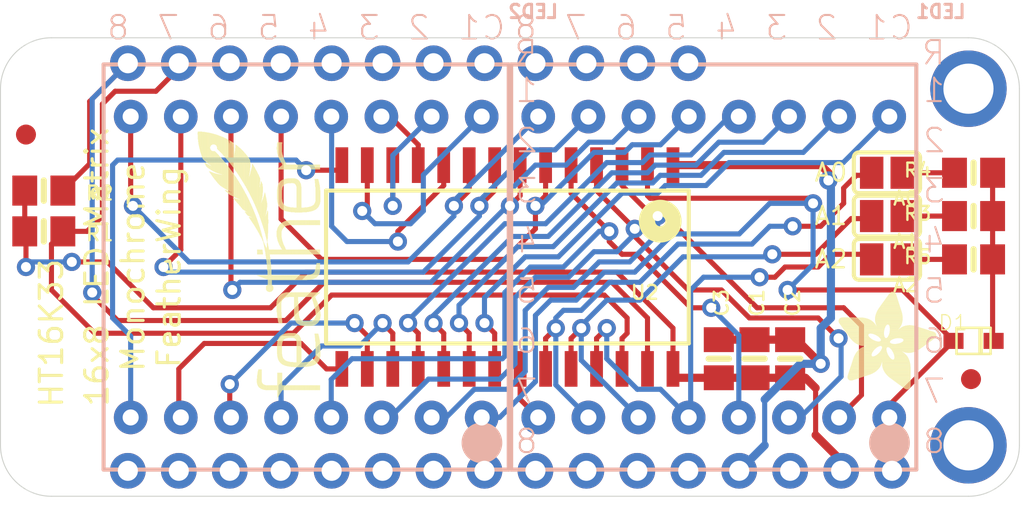
<source format=kicad_pcb>
(kicad_pcb (version 20221018) (generator pcbnew)
  (layers (0 "F.Cu" signal) (31 "B.Cu" signal) (34 "B.Paste" user) (35 "F.Paste" user) (36 "B.SilkS" user "B.Silkscreen") (37 "F.SilkS" user "F.Silkscreen") (38 "B.Mask" user) (39 "F.Mask" user) (44 "Edge.Cuts" user))
  (net 0 "")
  (net 1 "N$1")
  (net 2 "N$2")
  (net 3 "N$3")
  (net 4 "N$4")
  (net 5 "N$6")
  (net 6 "N$7")
  (net 7 "N$8")
  (net 8 "VDD")
  (net 9 "GND")
  (net 10 "N$19")
  (net 11 "N$20")
  (net 12 "A1")
  (net 13 "N$10")
  (net 14 "N$11")
  (net 15 "N$22")
  (net 16 "N$23")
  (net 17 "N$25")
  (net 18 "N$26")
  (net 19 "N$35")
  (net 20 "N$38")
  (net 21 "N$39")
  (net 22 "N$40")
  (net 23 "N$41")
  (net 24 "N$42")
  (net 25 "N$12")
  (net 26 "A0")
  (net 27 "A2")
  (net 28 "N$9")
  (net 29 "N$16")
  (net 30 "SDA")
  (net 31 "SCL")
  (net 32 "N$5")
  (footprint "working:0805-NO" (layer "F.Cu") (at 162.4711 109.5756 90)
    (fp_text reference "C2")
    (fp_text value "10uF")
  )
  (footprint "working:FIDUCIAL_1MM" (layer "F.Cu") (at 171.4881 110.5916)
    (fp_text reference "FID2" hide)
    (fp_text value "FIDUCIAL\"\"" hide)
  )
  (footprint "working:0805-NO" (layer "F.Cu") (at 160.6931 109.5756 90)
    (fp_text reference "C1")
    (fp_text value "10uF")
  )
  (footprint "working:SOLDERJUMPER_REFLOW_NOPASTE" (layer "F.Cu") (at 167.2971 100.3046 180)
    (fp_text reference "A0")
    (fp_text value "")
  )
  (footprint "working:SOP28_300MIL_SKINNY" (layer "F.Cu") (at 148.3741 105.0036 180)
    (fp_text reference "U2")
    (fp_text value "28-SOIC")
  )
  (footprint "working:0805-NO" (layer "F.Cu") (at 125.2601 101.1936)
    (fp_text reference "R2")
    (fp_text value "10K")
  )
  (footprint "working:0805-NO" (layer "F.Cu") (at 171.6151 100.3046 180)
    (fp_text reference "R4")
    (fp_text value "47K")
  )
  (footprint "working:SOD-323F" (layer "F.Cu") (at 171.6151 108.6866)
    (fp_text reference "D1")
    (fp_text value "1N4148")
  )
  (footprint "working:FIDUCIAL_1MM" (layer "F.Cu") (at 124.3711 98.3996)
    (fp_text reference "FID1" hide)
    (fp_text value "FIDUCIAL\"\"" hide)
  )
  (footprint "working:0805-NO" (layer "F.Cu") (at 171.6151 104.6226 180)
    (fp_text reference "R5")
    (fp_text value "47K")
  )
  (footprint "working:0805-NO" (layer "F.Cu") (at 125.2601 103.2256)
    (fp_text reference "R1")
    (fp_text value "10K")
  )
  (footprint "working:SOLDERJUMPER_REFLOW_NOPASTE" (layer "F.Cu") (at 167.2971 104.6226 180)
    (fp_text reference "A2")
    (fp_text value "")
  )
  (footprint "working:0805-NO" (layer "F.Cu") (at 171.6151 102.4636 180)
    (fp_text reference "R3")
    (fp_text value "47K")
  )
  (footprint "working:SOLDERJUMPER_REFLOW_NOPASTE" (layer "F.Cu") (at 167.2971 102.4636 180)
    (fp_text reference "A1")
    (fp_text value "")
  )
  (footprint "working:ADAFRUIT_5MM" (layer "F.Cu") (at 164.8841 111.0996)
    (fp_text reference "U$2" hide)
    (fp_text value "" hide)
  )
  (footprint "working:FEATHERLOGO_SMALL" (layer "F.Cu") (at 139.1031 111.6076 90)
    (fp_text reference "U$1" hide)
    (fp_text value "" hide)
  )
  (footprint "working:0805-NO" (layer "F.Cu") (at 158.9151 109.5756 90)
    (fp_text reference "C3")
    (fp_text value "10uF")
  )
  (footprint "working:SEGMENT_BL-M07C881UR" (layer "B.Cu") (at 138.3411 105.0036 180)
    (fp_text reference "LED2")
    (fp_text value "")
  )
  (footprint "working:FEATHERWING" (layer "B.Cu") (at 173.9011 116.4336 180)
    (fp_text reference "MS1" hide)
    (fp_text value "FEATHERWING" hide)
    (fp_line (start 0 20.32) (end 0 2.54) (stroke (width 0.05)) (layer "Edge.Cuts"))
    (fp_line (start 2.54 0) (end 48.26 0) (stroke (width 0.05)) (layer "Edge.Cuts"))
    (fp_line (start 48.26 22.86) (end 2.54 22.86) (stroke (width 0.05)) (layer "Edge.Cuts"))
    (fp_line (start 50.8 2.54) (end 50.8 20.32) (stroke (width 0.05)) (layer "Edge.Cuts"))
    (fp_arc (start 0 2.54) (mid 0.743949 0.743949) (end 2.54 0) (stroke (width 0.05)) (layer "Edge.Cuts"))
    (fp_arc (start 2.54 22.86) (mid 0.743949 22.116051) (end 0 20.32) (stroke (width 0.05)) (layer "Edge.Cuts"))
    (fp_arc (start 48.26 0) (mid 50.056051 0.743949) (end 50.8 2.54) (stroke (width 0.05)) (layer "Edge.Cuts"))
    (fp_arc (start 50.8 20.32) (mid 50.056051 22.116051) (end 48.26 22.86) (stroke (width 0.05)) (layer "Edge.Cuts"))
  )
  (footprint "working:SEGMENT_BL-M07C881UR" (layer "B.Cu") (at 158.6611 105.0036 180)
    (fp_text reference "LED1")
    (fp_text value "")
  )
  (gr_text "16x8 LED Matrix\nMonochrome\nFeatherWing" (at 129.7051 105.0036 90) (layer "F.SilkS") (effects (font (size 1.1176 1.1176) (thickness 0.1524))))
  (gr_text "HT16K33" (at 125.6411 108.3056 90) (layer "F.SilkS") (effects (font (size 1.1176 1.1176) (thickness 0.1524))))
  (gr_text "A2" (at 163.6141 105.1306) (layer "F.SilkS") (effects (font (size 0.89408 0.89408) (thickness 0.12192)) (justify left bottom)))
  (gr_text "A0" (at 163.6141 100.8126) (layer "F.SilkS") (effects (font (size 0.89408 0.89408) (thickness 0.12192)) (justify left bottom)))
  (gr_text "A1" (at 163.6141 102.9716) (layer "F.SilkS") (effects (font (size 0.89408 0.89408) (thickness 0.12192)) (justify left bottom)))
  (segment (start 146.4691 101.1936) (end 145.7071 101.9556) (width 0.254) (layer "F.Cu") (net 1))
  (segment (start 129.7051 101.9556) (end 129.5911 101.8416) (width 0.254) (layer "F.Cu") (net 1))
  (segment (start 146.4691 99.9236) (end 146.4691 101.1936) (width 0.254) (layer "F.Cu") (net 1))
  (segment (start 129.5911 101.8416) (end 129.5911 97.5036) (width 0.254) (layer "F.Cu") (net 1))
  (via (at 145.7071 101.9556) (size 0.9064) (drill 0.5) (layers "F.Cu" "B.Cu") (net 1))
  (via (at 129.7051 101.9556) (size 0.9064) (drill 0.5) (layers "F.Cu" "B.Cu") (net 1))
  (segment (start 143.4211 104.7496) (end 132.4991 104.7496) (width 0.254) (layer "B.Cu") (net 1))
  (segment (start 145.7071 101.7076) (end 149.9111 97.5036) (width 0.254) (layer "B.Cu") (net 1))
  (segment (start 129.7051 97.6176) (end 129.5911 97.5036) (width 0.254) (layer "B.Cu") (net 1))
  (segment (start 145.7071 101.7076) (end 145.7071 101.9556) (width 0.254) (layer "B.Cu") (net 1))
  (segment (start 143.4211 104.7496) (end 145.7071 102.4636) (width 0.254) (layer "B.Cu") (net 1))
  (segment (start 132.4991 104.7496) (end 129.7051 101.9556) (width 0.254) (layer "B.Cu") (net 1))
  (segment (start 145.7071 101.9556) (end 145.7071 102.4636) (width 0.254) (layer "B.Cu") (net 1))
  (segment (start 132.0911 104.1416) (end 131.2291 105.0036) (width 0.254) (layer "F.Cu") (net 2))
  (segment (start 147.7391 99.9236) (end 147.7391 101.1936) (width 0.254) (layer "F.Cu") (net 2))
  (segment (start 132.0911 97.5036) (end 132.0911 104.1416) (width 0.254) (layer "F.Cu") (net 2))
  (segment (start 147.7391 101.1936) (end 146.9771 101.9556) (width 0.254) (layer "F.Cu") (net 2))
  (via (at 131.2291 105.0036) (size 0.9064) (drill 0.5) (layers "F.Cu" "B.Cu") (net 2))
  (via (at 146.9771 101.9556) (size 0.9064) (drill 0.5) (layers "F.Cu" "B.Cu") (net 2))
  (segment (start 146.9771 102.4636) (end 146.9771 101.9556) (width 0.254) (layer "B.Cu") (net 2))
  (segment (start 131.4831 105.2576) (end 131.2291 105.0036) (width 0.254) (layer "B.Cu") (net 2))
  (segment (start 144.1831 105.2576) (end 146.9771 102.4636) (width 0.254) (layer "B.Cu") (net 2))
  (segment (start 146.9771 101.7016) (end 149.5171 99.1616) (width 0.254) (layer "B.Cu") (net 2))
  (segment (start 144.1831 105.2576) (end 131.4831 105.2576) (width 0.254) (layer "B.Cu") (net 2))
  (segment (start 146.9771 101.9556) (end 146.9771 102.2096) (width 0.254) (layer "B.Cu") (net 2))
  (segment (start 149.5171 99.1616) (end 150.7531 99.1616) (width 0.254) (layer "B.Cu") (net 2))
  (segment (start 150.7531 99.1616) (end 152.4111 97.5036) (width 0.254) (layer "B.Cu") (net 2))
  (segment (start 146.9771 101.7016) (end 146.9771 101.9556) (width 0.254) (layer "B.Cu") (net 2))
  (segment (start 149.0091 101.4476) (end 148.5011 101.9556) (width 0.254) (layer "F.Cu") (net 3))
  (segment (start 134.5911 106.0796) (end 134.6581 106.1466) (width 0.254) (layer "F.Cu") (net 3))
  (segment (start 134.5911 97.5036) (end 134.5911 106.0796) (width 0.254) (layer "F.Cu") (net 3))
  (segment (start 149.0091 99.9236) (end 149.0091 101.4476) (width 0.254) (layer "F.Cu") (net 3))
  (via (at 148.5011 101.9556) (size 0.9064) (drill 0.5) (layers "F.Cu" "B.Cu") (net 3))
  (via (at 134.6581 106.1466) (size 0.9064) (drill 0.5) (layers "F.Cu" "B.Cu") (net 3))
  (segment (start 151.2951 99.9236) (end 152.4381 98.7806) (width 0.254) (layer "B.Cu") (net 3))
  (segment (start 135.0391 105.7656) (end 134.6581 106.1466) (width 0.254) (layer "B.Cu") (net 3))
  (segment (start 149.7711 99.9236) (end 151.2951 99.9236) (width 0.254) (layer "B.Cu") (net 3))
  (segment (start 144.5641 105.7656) (end 135.0391 105.7656) (width 0.254) (layer "B.Cu") (net 3))
  (segment (start 148.5011 101.1936) (end 149.7711 99.9236) (width 0.254) (layer "B.Cu") (net 3))
  (segment (start 148.3741 101.9556) (end 144.5641 105.7656) (width 0.254) (layer "B.Cu") (net 3))
  (segment (start 148.5011 101.1936) (end 148.5011 101.9556) (width 0.254) (layer "B.Cu") (net 3))
  (segment (start 152.4381 98.7806) (end 153.6341 98.7806) (width 0.254) (layer "B.Cu") (net 3))
  (segment (start 148.3741 101.9556) (end 148.5011 101.9556) (width 0.254) (layer "B.Cu") (net 3))
  (segment (start 153.6341 98.7806) (end 154.9111 97.5036) (width 0.254) (layer "B.Cu") (net 3))
  (segment (start 150.2791 101.4476) (end 149.7711 101.9556) (width 0.254) (layer "F.Cu") (net 4))
  (segment (start 149.7711 101.9556) (end 149.7711 103.0986) (width 0.254) (layer "F.Cu") (net 4))
  (segment (start 139.1031 104.6226) (end 137.0911 102.6106) (width 0.254) (layer "F.Cu") (net 4))
  (segment (start 150.2791 99.9236) (end 150.2791 101.4476) (width 0.254) (layer "F.Cu") (net 4))
  (segment (start 148.2471 104.6226) (end 139.1031 104.6226) (width 0.254) (layer "F.Cu") (net 4))
  (segment (start 149.7711 103.0986) (end 148.2471 104.6226) (width 0.254) (layer "F.Cu") (net 4))
  (segment (start 137.0911 102.6106) (end 137.0911 97.5036) (width 0.254) (layer "F.Cu") (net 4))
  (via (at 149.7711 101.9556) (size 0.9064) (drill 0.5) (layers "F.Cu" "B.Cu") (net 4))
  (segment (start 150.0251 101.9556) (end 152.6921 99.2886) (width 0.254) (layer "B.Cu") (net 4))
  (segment (start 150.0251 101.9556) (end 149.7711 101.9556) (width 0.254) (layer "B.Cu") (net 4))
  (segment (start 152.6921 99.2886) (end 154.2161 99.2886) (width 0.254) (layer "B.Cu") (net 4))
  (segment (start 154.2161 99.2886) (end 154.5971 98.9076) (width 0.254) (layer "B.Cu") (net 4))
  (segment (start 156.0071 98.9076) (end 157.4111 97.5036) (width 0.254) (layer "B.Cu") (net 4))
  (segment (start 154.5971 98.9076) (end 156.0071 98.9076) (width 0.254) (layer "B.Cu") (net 4))
  (segment (start 159.0421 106.1466) (end 160.4391 107.5436) (width 0.254) (layer "F.Cu") (net 5))
  (segment (start 160.4391 107.5436) (end 163.8681 107.5436) (width 0.254) (layer "F.Cu") (net 5))
  (segment (start 152.8191 99.9236) (end 152.8191 101.1936) (width 0.254) (layer "F.Cu") (net 5))
  (segment (start 157.3911 106.1466) (end 159.0421 106.1466) (width 0.254) (layer "F.Cu") (net 5))
  (segment (start 152.8191 101.1936) (end 154.7241 103.0986) (width 0.254) (layer "F.Cu") (net 5))
  (segment (start 163.8681 107.5436) (end 164.8841 108.5596) (width 0.254) (layer "F.Cu") (net 5))
  (segment (start 154.7241 103.4796) (end 157.3911 106.1466) (width 0.254) (layer "F.Cu") (net 5))
  (segment (start 154.7241 103.0986) (end 154.7241 103.4796) (width 0.254) (layer "F.Cu") (net 5))
  (via (at 154.7241 103.0986) (size 0.9064) (drill 0.5) (layers "F.Cu" "B.Cu") (net 5))
  (via (at 164.8841 108.5596) (size 0.9064) (drill 0.5) (layers "F.Cu" "B.Cu") (net 5))
  (segment (start 142.0911 112.5036) (end 142.5251 112.5036) (width 0.254) (layer "B.Cu") (net 5))
  (segment (start 147.9931 110.5916) (end 148.7551 109.8296) (width 0.254) (layer "B.Cu") (net 5))
  (segment (start 149.7711 105.5116) (end 151.4221 105.5116) (width 0.254) (layer "B.Cu") (net 5))
  (segment (start 142.5251 112.5036) (end 144.4371 110.5916) (width 0.254) (layer "B.Cu") (net 5))
  (segment (start 165.0111 108.6866) (end 164.8841 108.5596) (width 0.254) (layer "B.Cu") (net 5))
  (segment (start 162.4111 112.5036) (end 162.9721 112.5036) (width 0.254) (layer "B.Cu") (net 5))
  (segment (start 152.6921 104.2416) (end 153.8351 104.2416) (width 0.254) (layer "B.Cu") (net 5))
  (segment (start 154.7241 103.3526) (end 154.7241 103.0986) (width 0.254) (layer "B.Cu") (net 5))
  (segment (start 162.9721 112.5036) (end 165.0111 110.4646) (width 0.254) (layer "B.Cu") (net 5))
  (segment (start 151.4221 105.5116) (end 152.6921 104.2416) (width 0.254) (layer "B.Cu") (net 5))
  (segment (start 148.7551 109.8296) (end 148.7551 106.5276) (width 0.254) (layer "B.Cu") (net 5))
  (segment (start 144.4371 110.5916) (end 147.9931 110.5916) (width 0.254) (layer "B.Cu") (net 5))
  (segment (start 153.8351 104.2416) (end 154.7241 103.3526) (width 0.254) (layer "B.Cu") (net 5))
  (segment (start 148.7551 106.5276) (end 149.7711 105.5116) (width 0.254) (layer "B.Cu") (net 5))
  (segment (start 165.0111 110.4646) (end 165.0111 108.6866) (width 0.254) (layer "B.Cu") (net 5))
  (segment (start 166.0271 107.9246) (end 166.0271 111.3876) (width 0.254) (layer "F.Cu") (net 6))
  (segment (start 156.2481 102.4636) (end 155.8671 102.4636) (width 0.254) (layer "F.Cu") (net 6))
  (segment (start 166.0271 111.3876) (end 164.9111 112.5036) (width 0.254) (layer "F.Cu") (net 6))
  (segment (start 160.8201 107.0356) (end 165.1381 107.0356) (width 0.254) (layer "F.Cu") (net 6))
  (segment (start 160.8201 107.0356) (end 156.2481 102.4636) (width 0.254) (layer "F.Cu") (net 6))
  (segment (start 155.6131 102.4636) (end 154.0891 100.9396) (width 0.254) (layer "F.Cu") (net 6))
  (segment (start 155.8671 102.4636) (end 155.6131 102.4636) (width 0.254) (layer "F.Cu") (net 6))
  (segment (start 154.0891 100.9396) (end 154.0891 99.9236) (width 0.254) (layer "F.Cu") (net 6))
  (segment (start 165.1381 107.0356) (end 166.0271 107.9246) (width 0.254) (layer "F.Cu") (net 6))
  (via (at 155.8671 102.4636) (size 0.9064) (drill 0.5) (layers "F.Cu" "B.Cu") (net 6))
  (segment (start 149.2631 110.2106) (end 148.3741 111.0996) (width 0.254) (layer "B.Cu") (net 6))
  (segment (start 154.4701 104.7496) (end 155.8671 103.3526) (width 0.254) (layer "B.Cu") (net 6))
  (segment (start 155.8671 103.3526) (end 155.8671 102.4636) (width 0.254) (layer "B.Cu") (net 6))
  (segment (start 145.3191 112.5036) (end 146.7231 111.0996) (width 0.254) (layer "B.Cu") (net 6))
  (segment (start 151.6761 106.0196) (end 150.4061 106.0196) (width 0.254) (layer "B.Cu") (net 6))
  (segment (start 150.4061 106.0196) (end 149.2631 107.1626) (width 0.254) (layer "B.Cu") (net 6))
  (segment (start 146.7231 111.0996) (end 148.3741 111.0996) (width 0.254) (layer "B.Cu") (net 6))
  (segment (start 149.2631 110.2106) (end 149.2631 107.1626) (width 0.254) (layer "B.Cu") (net 6))
  (segment (start 151.6761 106.0196) (end 152.9461 104.7496) (width 0.254) (layer "B.Cu") (net 6))
  (segment (start 144.5911 112.5036) (end 145.3191 112.5036) (width 0.254) (layer "B.Cu") (net 6))
  (segment (start 152.9461 104.7496) (end 154.4701 104.7496) (width 0.254) (layer "B.Cu") (net 6))
  (segment (start 170.6151 108.6866) (end 167.4111 111.8906) (width 0.254) (layer "F.Cu") (net 7))
  (segment (start 155.4861 101.5746) (end 163.3601 101.5746) (width 0.254) (layer "F.Cu") (net 7))
  (segment (start 167.4111 111.8906) (end 167.4111 112.5036) (width 0.254) (layer "F.Cu") (net 7))
  (segment (start 155.3591 101.4476) (end 155.4861 101.5746) (width 0.254) (layer "F.Cu") (net 7))
  (segment (start 155.3591 99.9236) (end 155.3591 101.4476) (width 0.254) (layer "F.Cu") (net 7))
  (segment (start 163.3601 101.5746) (end 163.6141 101.8286) (width 0.254) (layer "F.Cu") (net 7))
  (segment (start 162.3441 106.1466) (end 168.0751 106.1466) (width 0.254) (layer "F.Cu") (net 7))
  (segment (start 168.0751 106.1466) (end 170.6151 108.6866) (width 0.254) (layer "F.Cu") (net 7))
  (via (at 163.6141 101.8286) (size 0.9064) (drill 0.5) (layers "F.Cu" "B.Cu") (net 7))
  (via (at 162.3441 106.1466) (size 0.9064) (drill 0.5) (layers "F.Cu" "B.Cu") (net 7))
  (segment (start 156.6291 103.3526) (end 159.9311 103.3526) (width 0.254) (layer "B.Cu") (net 7))
  (segment (start 167.2971 112.3896) (end 167.4111 112.5036) (width 0.254) (layer "B.Cu") (net 7))
  (segment (start 153.2001 105.2576) (end 154.7241 105.2576) (width 0.254) (layer "B.Cu") (net 7))
  (segment (start 153.2001 105.2576) (end 151.8031 106.6546) (width 0.254) (layer "B.Cu") (net 7))
  (segment (start 163.6141 104.8766) (end 162.3441 106.1466) (width 0.254) (layer "B.Cu") (net 7))
  (segment (start 149.7711 110.7186) (end 147.9861 112.5036) (width 0.254) (layer "B.Cu") (net 7))
  (segment (start 161.4551 101.8286) (end 163.6141 101.8286) (width 0.254) (layer "B.Cu") (net 7))
  (segment (start 163.6141 101.8286) (end 163.6141 104.8766) (width 0.254) (layer "B.Cu") (net 7))
  (segment (start 150.5331 106.6546) (end 149.7711 107.4166) (width 0.254) (layer "B.Cu") (net 7))
  (segment (start 154.7241 105.2576) (end 156.6291 103.3526) (width 0.254) (layer "B.Cu") (net 7))
  (segment (start 149.7711 110.7186) (end 149.7711 107.4166) (width 0.254) (layer "B.Cu") (net 7))
  (segment (start 150.5331 106.6546) (end 151.8031 106.6546) (width 0.254) (layer "B.Cu") (net 7))
  (segment (start 147.0911 112.5036) (end 147.9861 112.5036) (width 0.254) (layer "B.Cu") (net 7))
  (segment (start 159.9311 103.3526) (end 161.4551 101.8286) (width 0.254) (layer "B.Cu") (net 7))
  (segment (start 162.3441 106.5276) (end 162.3441 106.1466) (width 0.254) (layer "B.Cu") (net 7))
  (segment (start 156.6291 110.0836) (end 156.8171 110.2716) (width 0.254) (layer "F.Cu") (net 8))
  (segment (start 124.3711 103.2866) (end 124.3101 103.2256) (width 0.254) (layer "F.Cu") (net 8))
  (segment (start 153.8351 105.2576) (end 156.6291 108.0516) (width 0.254) (layer "F.Cu") (net 8))
  (segment (start 128.4351 104.7496) (end 126.6571 104.7496) (width 0.254) (layer "F.Cu") (net 8))
  (segment (start 124.3101 101.1936) (end 124.3101 103.2256) (width 0.254) (layer "F.Cu") (net 8))
  (segment (start 160.6931 110.5256) (end 158.9151 110.5256) (width 0.4064) (layer "F.Cu") (net 8))
  (segment (start 163.7411 113.3856) (end 165.0111 114.6556) (width 0.4064) (layer "F.Cu") (net 8))
  (segment (start 138.3411 105.2576) (end 153.8351 105.2576) (width 0.254) (layer "F.Cu") (net 8))
  (segment (start 163.2331 110.5256) (end 162.4711 110.5256) (width 0.254) (layer "F.Cu") (net 8))
  (segment (start 156.6291 110.0836) (end 156.6291 108.0516) (width 0.254) (layer "F.Cu") (net 8))
  (segment (start 138.3411 105.2576) (end 136.5631 107.0356) (width 0.254) (layer "F.Cu") (net 8))
  (segment (start 163.7411 111.0336) (end 163.2331 110.5256) (width 0.4064) (layer "F.Cu") (net 8))
  (segment (start 162.4711 110.5256) (end 160.6931 110.5256) (width 0.4064) (layer "F.Cu") (net 8))
  (segment (start 158.9151 110.5256) (end 156.6291 110.5256) (width 0.4064) (layer "F.Cu") (net 8))
  (segment (start 165.0111 114.6556) (end 165.0111 115.1636) (width 0.4064) (layer "F.Cu") (net 8))
  (segment (start 124.3711 105.0036) (end 124.3711 103.2866) (width 0.254) (layer "F.Cu") (net 8))
  (segment (start 130.7211 107.0356) (end 128.4351 104.7496) (width 0.254) (layer "F.Cu") (net 8))
  (segment (start 136.5631 107.0356) (end 130.7211 107.0356) (width 0.254) (layer "F.Cu") (net 8))
  (segment (start 163.7411 111.0336) (end 163.7411 113.3856) (width 0.254) (layer "F.Cu") (net 8))
  (segment (start 156.6291 110.5256) (end 156.6291 110.0836) (width 0.254) (layer "F.Cu") (net 8))
  (via (at 126.6571 104.7496) (size 0.9064) (drill 0.5) (layers "F.Cu" "B.Cu") (net 8))
  (via (at 124.3711 105.0036) (size 0.9064) (drill 0.5) (layers "F.Cu" "B.Cu") (net 8))
  (segment (start 126.6571 104.7496) (end 124.6251 104.7496) (width 0.254) (layer "B.Cu") (net 8))
  (segment (start 124.6251 104.7496) (end 124.3711 105.0036) (width 0.254) (layer "B.Cu") (net 8))
  (segment (start 156.6291 99.9236) (end 163.9951 99.9236) (width 0.4064) (layer "F.Cu") (net 9))
  (segment (start 160.6931 108.6256) (end 162.4711 108.6256) (width 0.4064) (layer "F.Cu") (net 9))
  (segment (start 162.7911 108.6256) (end 163.9951 109.8296) (width 0.4064) (layer "F.Cu") (net 9))
  (segment (start 163.9951 99.9236) (end 164.3761 100.3046) (width 0.4064) (layer "F.Cu") (net 9))
  (segment (start 158.9151 108.6256) (end 160.6931 108.6256) (width 0.4064) (layer "F.Cu") (net 9))
  (segment (start 164.3761 100.3046) (end 164.3761 100.6856) (width 0.4064) (layer "F.Cu") (net 9))
  (segment (start 162.4711 108.6256) (end 162.7911 108.6256) (width 0.254) (layer "F.Cu") (net 9))
  (via (at 163.9951 109.8296) (size 0.9064) (drill 0.5) (layers "F.Cu" "B.Cu") (net 9))
  (via (at 164.3761 100.6856) (size 0.9064) (drill 0.5) (layers "F.Cu" "B.Cu") (net 9))
  (segment (start 161.2011 111.6076) (end 161.2011 113.8936) (width 0.254) (layer "B.Cu") (net 9))
  (segment (start 163.9951 109.8296) (end 162.9791 109.8296) (width 0.4064) (layer "B.Cu") (net 9))
  (segment (start 164.3761 100.6856) (end 164.5031 100.8126) (width 0.254) (layer "B.Cu") (net 9))
  (segment (start 161.2011 113.8936) (end 159.9311 115.1636) (width 0.4064) (layer "B.Cu") (net 9))
  (segment (start 164.5031 100.8126) (end 164.5031 107.5436) (width 0.4064) (layer "B.Cu") (net 9))
  (segment (start 163.9951 108.0516) (end 163.9951 109.8296) (width 0.4064) (layer "B.Cu") (net 9))
  (segment (start 161.2011 111.6076) (end 162.9791 109.8296) (width 0.4064) (layer "B.Cu") (net 9))
  (segment (start 164.5031 107.5436) (end 163.9951 108.0516) (width 0.4064) (layer "B.Cu") (net 9))
  (segment (start 168.0591 102.4636) (end 170.6651 102.4636) (width 0.254) (layer "F.Cu") (net 10))
  (segment (start 170.6651 100.3046) (end 168.0591 100.3046) (width 0.254) (layer "F.Cu") (net 11))
  (segment (start 151.5491 108.5596) (end 152.0571 108.0516) (width 0.254) (layer "F.Cu") (net 12))
  (segment (start 163.7411 104.3686) (end 165.5191 102.5906) (width 0.254) (layer "F.Cu") (net 12))
  (segment (start 151.5491 110.0836) (end 151.5491 108.5596) (width 0.254) (layer "F.Cu") (net 12))
  (segment (start 165.5191 102.5906) (end 166.4081 102.5906) (width 0.254) (layer "F.Cu") (net 12))
  (segment (start 166.4081 102.5906) (end 166.5351 102.4636) (width 0.254) (layer "F.Cu") (net 12))
  (segment (start 161.5821 104.3686) (end 163.7411 104.3686) (width 0.254) (layer "F.Cu") (net 12))
  (via (at 161.5821 104.3686) (size 0.9064) (drill 0.5) (layers "F.Cu" "B.Cu") (net 12))
  (via (at 152.0571 108.0516) (size 0.9064) (drill 0.5) (layers "F.Cu" "B.Cu") (net 12))
  (segment (start 157.1371 104.4956) (end 161.2011 104.4956) (width 0.254) (layer "B.Cu") (net 12))
  (segment (start 153.3271 106.6546) (end 154.9781 106.6546) (width 0.254) (layer "B.Cu") (net 12))
  (segment (start 152.0571 107.9246) (end 153.3271 106.6546) (width 0.254) (layer "B.Cu") (net 12))
  (segment (start 161.2011 104.4956) (end 161.3281 104.3686) (width 0.254) (layer "B.Cu") (net 12))
  (segment (start 152.0571 109.6496) (end 152.0571 108.0516) (width 0.254) (layer "B.Cu") (net 12))
  (segment (start 161.3281 104.3686) (end 161.5821 104.3686) (width 0.254) (layer "B.Cu") (net 12))
  (segment (start 154.9111 112.5036) (end 152.0571 109.6496) (width 0.254) (layer "B.Cu") (net 12))
  (segment (start 154.9781 106.6546) (end 157.1371 104.4956) (width 0.254) (layer "B.Cu") (net 12))
  (segment (start 152.0571 108.0516) (end 152.0571 107.9246) (width 0.254) (layer "B.Cu") (net 12))
  (segment (start 142.6591 97.6376) (end 142.2251 97.6376) (width 0.254) (layer "F.Cu") (net 13))
  (segment (start 143.9291 99.9236) (end 143.9291 98.9076) (width 0.254) (layer "F.Cu") (net 13))
  (segment (start 142.2251 97.6376) (end 142.0911 97.5036) (width 0.254) (layer "F.Cu") (net 13))
  (segment (start 143.9291 98.9076) (end 142.6591 97.6376) (width 0.254) (layer "F.Cu") (net 13))
  (segment (start 142.6591 99.9236) (end 142.6591 101.9556) (width 0.254) (layer "F.Cu") (net 14))
  (via (at 142.6591 101.9556) (size 0.9064) (drill 0.5) (layers "F.Cu" "B.Cu") (net 14))
  (segment (start 142.6591 101.9556) (end 142.6591 99.4356) (width 0.254) (layer "B.Cu") (net 14))
  (segment (start 142.6591 99.4356) (end 144.5911 97.5036) (width 0.254) (layer "B.Cu") (net 14))
  (segment (start 143.9291 108.3056) (end 143.4211 107.7976) (width 0.254) (layer "F.Cu") (net 15))
  (segment (start 143.9291 110.0836) (end 143.9291 108.3056) (width 0.254) (layer "F.Cu") (net 15))
  (via (at 143.4211 107.7976) (size 0.9064) (drill 0.5) (layers "F.Cu" "B.Cu") (net 15))
  (segment (start 157.5181 99.4156) (end 159.4301 97.5036) (width 0.254) (layer "B.Cu") (net 15))
  (segment (start 143.4211 107.6706) (end 143.4211 107.7976) (width 0.254) (layer "B.Cu") (net 15))
  (segment (start 148.2471 102.8446) (end 143.4211 107.6706) (width 0.254) (layer "B.Cu") (net 15))
  (segment (start 150.2791 102.8446) (end 153.3271 99.7966) (width 0.254) (layer "B.Cu") (net 15))
  (segment (start 155.4861 99.4156) (end 157.5181 99.4156) (width 0.254) (layer "B.Cu") (net 15))
  (segment (start 159.4301 97.5036) (end 159.9111 97.5036) (width 0.254) (layer "B.Cu") (net 15))
  (segment (start 155.1051 99.7966) (end 155.4861 99.4156) (width 0.254) (layer "B.Cu") (net 15))
  (segment (start 153.3271 99.7966) (end 155.1051 99.7966) (width 0.254) (layer "B.Cu") (net 15))
  (segment (start 148.2471 102.8446) (end 150.2791 102.8446) (width 0.254) (layer "B.Cu") (net 15))
  (segment (start 145.1991 108.3056) (end 144.6911 107.7976) (width 0.254) (layer "F.Cu") (net 16))
  (segment (start 145.1991 110.0836) (end 145.1991 108.3056) (width 0.254) (layer "F.Cu") (net 16))
  (via (at 144.6911 107.7976) (size 0.9064) (drill 0.5) (layers "F.Cu" "B.Cu") (net 16))
  (segment (start 144.6911 107.4166) (end 144.6911 107.7976) (width 0.254) (layer "B.Cu") (net 16))
  (segment (start 150.4061 103.4796) (end 153.5811 100.3046) (width 0.254) (layer "B.Cu") (net 16))
  (segment (start 161.1341 98.7806) (end 162.4111 97.5036) (width 0.254) (layer "B.Cu") (net 16))
  (segment (start 144.6911 107.4166) (end 148.6281 103.4796) (width 0.254) (layer "B.Cu") (net 16))
  (segment (start 153.5811 100.3046) (end 155.3591 100.3046) (width 0.254) (layer "B.Cu") (net 16))
  (segment (start 155.3591 100.3046) (end 155.7401 99.9236) (width 0.254) (layer "B.Cu") (net 16))
  (segment (start 157.7721 99.9236) (end 158.9151 98.7806) (width 0.254) (layer "B.Cu") (net 16))
  (segment (start 148.6281 103.4796) (end 150.4061 103.4796) (width 0.254) (layer "B.Cu") (net 16))
  (segment (start 158.9151 98.7806) (end 161.1341 98.7806) (width 0.254) (layer "B.Cu") (net 16))
  (segment (start 155.7401 99.9236) (end 157.7721 99.9236) (width 0.254) (layer "B.Cu") (net 16))
  (segment (start 147.7391 110.0836) (end 147.7391 108.3056) (width 0.254) (layer "F.Cu") (net 17))
  (segment (start 147.7391 108.3056) (end 147.2311 107.7976) (width 0.254) (layer "F.Cu") (net 17))
  (via (at 147.2311 107.7976) (size 0.9064) (drill 0.5) (layers "F.Cu" "B.Cu") (net 17))
  (segment (start 147.2311 106.5276) (end 147.2311 107.7976) (width 0.254) (layer "B.Cu") (net 17))
  (segment (start 149.2631 104.4956) (end 147.2311 106.5276) (width 0.254) (layer "B.Cu") (net 17))
  (segment (start 156.2481 100.9396) (end 158.2801 100.9396) (width 0.254) (layer "B.Cu") (net 17))
  (segment (start 159.4231 99.7966) (end 165.1181 99.7966) (width 0.254) (layer "B.Cu") (net 17))
  (segment (start 158.2801 100.9396) (end 159.4231 99.7966) (width 0.254) (layer "B.Cu") (net 17))
  (segment (start 165.1181 99.7966) (end 167.4111 97.5036) (width 0.254) (layer "B.Cu") (net 17))
  (segment (start 149.2631 104.4956) (end 150.9141 104.4956) (width 0.254) (layer "B.Cu") (net 17))
  (segment (start 155.8671 101.3206) (end 156.2481 100.9396) (width 0.254) (layer "B.Cu") (net 17))
  (segment (start 154.0891 101.3206) (end 155.8671 101.3206) (width 0.254) (layer "B.Cu") (net 17))
  (segment (start 150.9141 104.4956) (end 154.0891 101.3206) (width 0.254) (layer "B.Cu") (net 17))
  (segment (start 149.0091 110.0836) (end 149.0091 111.6016) (width 0.254) (layer "F.Cu") (net 18))
  (segment (start 149.0091 111.6016) (end 149.9111 112.5036) (width 0.254) (layer "F.Cu") (net 18))
  (segment (start 146.4691 110.0836) (end 146.4691 108.3056) (width 0.254) (layer "F.Cu") (net 19))
  (segment (start 146.4691 108.3056) (end 145.9611 107.7976) (width 0.254) (layer "F.Cu") (net 19))
  (via (at 145.9611 107.7976) (size 0.9064) (drill 0.5) (layers "F.Cu" "B.Cu") (net 19))
  (segment (start 150.6601 103.9876) (end 153.8351 100.8126) (width 0.254) (layer "B.Cu") (net 19))
  (segment (start 153.8351 100.8126) (end 155.6131 100.8126) (width 0.254) (layer "B.Cu") (net 19))
  (segment (start 155.6131 100.8126) (end 155.9941 100.4316) (width 0.254) (layer "B.Cu") (net 19))
  (segment (start 145.9611 106.9086) (end 145.9611 107.7976) (width 0.254) (layer "B.Cu") (net 19))
  (segment (start 148.8821 103.9876) (end 145.9611 106.9086) (width 0.254) (layer "B.Cu") (net 19))
  (segment (start 158.0261 100.4316) (end 159.1691 99.2886) (width 0.254) (layer "B.Cu") (net 19))
  (segment (start 155.9941 100.4316) (end 158.0261 100.4316) (width 0.254) (layer "B.Cu") (net 19))
  (segment (start 163.1261 99.2886) (end 164.9111 97.5036) (width 0.254) (layer "B.Cu") (net 19))
  (segment (start 159.1691 99.2886) (end 163.1261 99.2886) (width 0.254) (layer "B.Cu") (net 19))
  (segment (start 148.8821 103.9876) (end 150.6601 103.9876) (width 0.254) (layer "B.Cu") (net 19))
  (segment (start 142.6591 110.0836) (end 142.6591 108.3056) (width 0.254) (layer "F.Cu") (net 20))
  (segment (start 142.6591 108.3056) (end 142.1511 107.7976) (width 0.254) (layer "F.Cu") (net 20))
  (via (at 142.1511 107.7976) (size 0.9064) (drill 0.5) (layers "F.Cu" "B.Cu") (net 20))
  (segment (start 141.0081 108.9406) (end 142.1511 107.7976) (width 0.254) (layer "B.Cu") (net 20))
  (segment (start 137.0911 110.9526) (end 139.1031 108.9406) (width 0.254) (layer "B.Cu") (net 20))
  (segment (start 137.0911 112.5036) (end 137.0911 110.9526) (width 0.254) (layer "B.Cu") (net 20))
  (segment (start 139.1031 108.9406) (end 141.0081 108.9406) (width 0.254) (layer "B.Cu") (net 20))
  (segment (start 141.3891 108.4326) (end 140.7541 107.7976) (width 0.254) (layer "F.Cu") (net 21))
  (segment (start 134.5911 112.5036) (end 134.5311 112.4436) (width 0.254) (layer "F.Cu") (net 21))
  (segment (start 141.3891 110.0836) (end 141.3891 108.4326) (width 0.254) (layer "F.Cu") (net 21))
  (segment (start 134.5311 112.4436) (end 134.5311 110.8456) (width 0.254) (layer "F.Cu") (net 21))
  (via (at 134.5311 110.8456) (size 0.9064) (drill 0.5) (layers "F.Cu" "B.Cu") (net 21))
  (via (at 140.7541 107.7976) (size 0.9064) (drill 0.5) (layers "F.Cu" "B.Cu") (net 21))
  (segment (start 134.5311 110.8456) (end 137.5791 107.7976) (width 0.254) (layer "B.Cu") (net 21))
  (segment (start 137.5791 107.7976) (end 140.7541 107.7976) (width 0.254) (layer "B.Cu") (net 21))
  (segment (start 139.8651 100.1776) (end 138.3411 100.1776) (width 0.254) (layer "F.Cu") (net 22))
  (segment (start 140.1191 99.9236) (end 139.8651 100.1776) (width 0.254) (layer "F.Cu") (net 22))
  (via (at 138.3411 100.1776) (size 0.9064) (drill 0.5) (layers "F.Cu" "B.Cu") (net 22))
  (segment (start 138.3411 100.1776) (end 137.8331 99.6696) (width 0.254) (layer "B.Cu") (net 22))
  (segment (start 129.5911 108.4456) (end 128.6891 107.5436) (width 0.254) (layer "B.Cu") (net 22))
  (segment (start 128.6891 99.9236) (end 128.6891 107.5436) (width 0.254) (layer "B.Cu") (net 22))
  (segment (start 137.8331 99.6696) (end 128.9431 99.6696) (width 0.254) (layer "B.Cu") (net 22))
  (segment (start 129.5911 108.4456) (end 129.5911 112.5036) (width 0.254) (layer "B.Cu") (net 22))
  (segment (start 128.9431 99.6696) (end 128.6891 99.9236) (width 0.254) (layer "B.Cu") (net 22))
  (segment (start 131.9911 110.0836) (end 133.2611 108.8136) (width 0.254) (layer "F.Cu") (net 23))
  (segment (start 138.0871 108.8136) (end 139.3571 110.0836) (width 0.254) (layer "F.Cu") (net 23))
  (segment (start 131.9911 112.4036) (end 131.9911 110.0836) (width 0.254) (layer "F.Cu") (net 23))
  (segment (start 139.3571 110.0836) (end 140.1191 110.0836) (width 0.254) (layer "F.Cu") (net 23))
  (segment (start 133.2611 108.8136) (end 138.0871 108.8136) (width 0.254) (layer "F.Cu") (net 23))
  (segment (start 132.0911 112.5036) (end 131.9911 112.4036) (width 0.254) (layer "F.Cu") (net 23))
  (segment (start 141.3891 101.9556) (end 141.1351 102.2096) (width 0.254) (layer "F.Cu") (net 24))
  (segment (start 141.3891 99.9236) (end 141.3891 101.9556) (width 0.254) (layer "F.Cu") (net 24))
  (via (at 141.1351 102.2096) (size 0.9064) (drill 0.5) (layers "F.Cu" "B.Cu") (net 24))
  (segment (start 143.5481 102.8446) (end 141.7701 102.8446) (width 0.254) (layer "B.Cu") (net 24))
  (segment (start 144.1831 102.2096) (end 144.1831 100.4116) (width 0.254) (layer "B.Cu") (net 24))
  (segment (start 144.1831 100.4116) (end 147.0911 97.5036) (width 0.254) (layer "B.Cu") (net 24))
  (segment (start 144.1831 102.2096) (end 143.5481 102.8446) (width 0.254) (layer "B.Cu") (net 24))
  (segment (start 141.7701 102.8446) (end 141.1351 102.2096) (width 0.254) (layer "B.Cu") (net 24))
  (segment (start 145.1991 99.9236) (end 145.1991 100.9396) (width 0.254) (layer "F.Cu") (net 25))
  (segment (start 145.1991 100.9396) (end 142.9131 103.2256) (width 0.254) (layer "F.Cu") (net 25))
  (segment (start 142.9131 103.2256) (end 142.9131 103.7336) (width 0.254) (layer "F.Cu") (net 25))
  (via (at 142.9131 103.7336) (size 0.9064) (drill 0.5) (layers "F.Cu" "B.Cu") (net 25))
  (segment (start 139.6111 102.9716) (end 139.6111 97.5236) (width 0.254) (layer "B.Cu") (net 25))
  (segment (start 140.3731 103.7336) (end 139.6111 102.9716) (width 0.254) (layer "B.Cu") (net 25))
  (segment (start 139.6111 97.5236) (end 139.5911 97.5036) (width 0.254) (layer "B.Cu") (net 25))
  (segment (start 142.9131 103.7336) (end 140.3731 103.7336) (width 0.254) (layer "B.Cu") (net 25))
  (segment (start 150.2791 110.0836) (end 150.2791 108.5596) (width 0.254) (layer "F.Cu") (net 26))
  (segment (start 165.1381 101.0666) (end 165.7731 100.4316) (width 0.254) (layer "F.Cu") (net 26))
  (segment (start 162.5981 102.9716) (end 163.9951 102.9716) (width 0.254) (layer "F.Cu") (net 26))
  (segment (start 150.2791 108.5596) (end 150.7871 108.0516) (width 0.254) (layer "F.Cu") (net 26))
  (segment (start 166.4081 100.4316) (end 166.5351 100.3046) (width 0.254) (layer "F.Cu") (net 26))
  (segment (start 165.1381 101.8286) (end 165.1381 101.0666) (width 0.254) (layer "F.Cu") (net 26))
  (segment (start 165.7731 100.4316) (end 166.4081 100.4316) (width 0.254) (layer "F.Cu") (net 26))
  (segment (start 163.9951 102.9716) (end 165.1381 101.8286) (width 0.254) (layer "F.Cu") (net 26))
  (via (at 162.5981 102.9716) (size 0.9064) (drill 0.5) (layers "F.Cu" "B.Cu") (net 26))
  (via (at 150.7871 108.0516) (size 0.9064) (drill 0.5) (layers "F.Cu" "B.Cu") (net 26))
  (segment (start 154.9781 105.7656) (end 156.8831 103.8606) (width 0.254) (layer "B.Cu") (net 26))
  (segment (start 150.7871 108.0516) (end 150.7871 107.5436) (width 0.254) (layer "B.Cu") (net 26))
  (segment (start 151.1681 107.1626) (end 152.0571 107.1626) (width 0.254) (layer "B.Cu") (net 26))
  (segment (start 160.5661 103.8606) (end 161.4551 102.9716) (width 0.254) (layer "B.Cu") (net 26))
  (segment (start 150.7871 107.5436) (end 151.1681 107.1626) (width 0.254) (layer "B.Cu") (net 26))
  (segment (start 153.4541 105.7656) (end 154.9781 105.7656) (width 0.254) (layer "B.Cu") (net 26))
  (segment (start 161.4551 102.9716) (end 162.5981 102.9716) (width 0.254) (layer "B.Cu") (net 26))
  (segment (start 152.0571 107.1626) (end 153.4541 105.7656) (width 0.254) (layer "B.Cu") (net 26))
  (segment (start 156.8831 103.8606) (end 160.5661 103.8606) (width 0.254) (layer "B.Cu") (net 26))
  (segment (start 150.7871 108.0516) (end 150.7871 110.8796) (width 0.254) (layer "B.Cu") (net 26))
  (segment (start 150.7871 110.8796) (end 152.4111 112.5036) (width 0.254) (layer "B.Cu") (net 26))
  (segment (start 164.5031 104.3686) (end 163.8681 105.0036) (width 0.254) (layer "F.Cu") (net 27))
  (segment (start 166.2811 104.3686) (end 166.5351 104.6226) (width 0.254) (layer "F.Cu") (net 27))
  (segment (start 166.2811 104.3686) (end 164.5031 104.3686) (width 0.254) (layer "F.Cu") (net 27))
  (segment (start 152.8191 108.5596) (end 153.3271 108.0516) (width 0.254) (layer "F.Cu") (net 27))
  (segment (start 162.2171 105.0036) (end 161.7091 105.5116) (width 0.254) (layer "F.Cu") (net 27))
  (segment (start 161.7091 105.5116) (end 160.9471 105.5116) (width 0.254) (layer "F.Cu") (net 27))
  (segment (start 152.8191 110.0836) (end 152.8191 108.5596) (width 0.254) (layer "F.Cu") (net 27))
  (segment (start 163.8681 105.0036) (end 162.2171 105.0036) (width 0.254) (layer "F.Cu") (net 27))
  (via (at 153.3271 108.0516) (size 0.9064) (drill 0.5) (layers "F.Cu" "B.Cu") (net 27))
  (via (at 160.9471 105.5116) (size 0.9064) (drill 0.5) (layers "F.Cu" "B.Cu") (net 27))
  (segment (start 154.8511 111.0996) (end 153.3271 109.5756) (width 0.254) (layer "B.Cu") (net 27))
  (segment (start 157.4111 112.5036) (end 157.5111 112.5036) (width 0.254) (layer "B.Cu") (net 27))
  (segment (start 156.0071 111.0996) (end 157.4111 112.5036) (width 0.254) (layer "B.Cu") (net 27))
  (segment (start 153.3271 109.5756) (end 153.3271 108.0516) (width 0.254) (layer "B.Cu") (net 27))
  (segment (start 154.8511 111.0996) (end 156.0071 111.0996) (width 0.254) (layer "B.Cu") (net 27))
  (segment (start 157.5111 106.1536) (end 158.1531 105.5116) (width 0.254) (layer "B.Cu") (net 27))
  (segment (start 158.1531 105.5116) (end 160.9471 105.5116) (width 0.254) (layer "B.Cu") (net 27))
  (segment (start 157.5111 112.5036) (end 157.5111 106.1536) (width 0.254) (layer "B.Cu") (net 27))
  (segment (start 170.6651 104.6226) (end 168.0591 104.6226) (width 0.254) (layer "F.Cu") (net 28))
  (segment (start 172.6151 108.6866) (end 172.5651 108.6366) (width 0.254) (layer "F.Cu") (net 29))
  (segment (start 172.5651 102.4636) (end 172.5651 100.3046) (width 0.254) (layer "F.Cu") (net 29))
  (segment (start 172.5651 104.6226) (end 172.5651 102.4636) (width 0.254) (layer "F.Cu") (net 29))
  (segment (start 172.5651 108.6366) (end 172.5651 104.6226) (width 0.254) (layer "F.Cu") (net 29))
  (segment (start 139.2301 105.7656) (end 153.5811 105.7656) (width 0.254) (layer "F.Cu") (net 30))
  (segment (start 126.2101 101.1936) (end 127.5461 99.8576) (width 0.254) (layer "F.Cu") (net 30))
  (segment (start 139.2301 105.7656) (end 137.3251 107.6706) (width 0.254) (layer "F.Cu") (net 30))
  (segment (start 128.9431 107.6706) (end 127.6731 106.4006) (width 0.254) (layer "F.Cu") (net 30))
  (segment (start 127.6731 106.4006) (end 127.6731 106.2736) (width 0.254) (layer "F.Cu") (net 30))
  (segment (start 127.5461 96.7486) (end 129.4511 94.8436) (width 0.254) (layer "F.Cu") (net 30))
  (segment (start 127.5461 99.8576) (end 127.5461 96.7486) (width 0.254) (layer "F.Cu") (net 30))
  (segment (start 137.3251 107.6706) (end 128.9431 107.6706) (width 0.254) (layer "F.Cu") (net 30))
  (segment (start 153.5811 105.7656) (end 155.3591 107.5436) (width 0.254) (layer "F.Cu") (net 30))
  (segment (start 155.3591 110.0836) (end 155.3591 107.5436) (width 0.254) (layer "F.Cu") (net 30))
  (via (at 127.6731 106.2736) (size 0.9064) (drill 0.5) (layers "F.Cu" "B.Cu") (net 30))
  (segment (start 127.6731 106.2736) (end 127.6731 96.6216) (width 0.254) (layer "B.Cu") (net 30))
  (segment (start 127.6731 96.6216) (end 129.4511 94.8436) (width 0.254) (layer "B.Cu") (net 30))
  (segment (start 126.1491 103.2256) (end 126.2101 103.2256) (width 0.254) (layer "F.Cu") (net 31))
  (segment (start 154.0891 108.5596) (end 154.3431 108.3056) (width 0.254) (layer "F.Cu") (net 31))
  (segment (start 128.1811 102.4636) (end 128.1811 96.8756) (width 0.254) (layer "F.Cu") (net 31))
  (segment (start 126.2101 103.2256) (end 127.4191 103.2256) (width 0.254) (layer "F.Cu") (net 31))
  (segment (start 131.9911 95.0976) (end 131.9911 94.8436) (width 0.254) (layer "F.Cu") (net 31))
  (segment (start 154.3431 108.3056) (end 154.3431 107.5436) (width 0.254) (layer "F.Cu") (net 31))
  (segment (start 128.1811 96.8756) (end 128.8161 96.2406) (width 0.254) (layer "F.Cu") (net 31))
  (segment (start 128.8161 96.2406) (end 130.8481 96.2406) (width 0.254) (layer "F.Cu") (net 31))
  (segment (start 127.4191 103.2256) (end 128.1811 102.4636) (width 0.254) (layer "F.Cu") (net 31))
  (segment (start 139.6111 106.4006) (end 137.7061 108.3056) (width 0.254) (layer "F.Cu") (net 31))
  (segment (start 153.2001 106.4006) (end 139.6111 106.4006) (width 0.254) (layer "F.Cu") (net 31))
  (segment (start 126.2101 103.2916) (end 126.2101 103.2256) (width 0.254) (layer "F.Cu") (net 31))
  (segment (start 125.6411 106.1466) (end 125.6411 103.8606) (width 0.254) (layer "F.Cu") (net 31))
  (segment (start 127.8001 108.3056) (end 125.6411 106.1466) (width 0.254) (layer "F.Cu") (net 31))
  (segment (start 130.8481 96.2406) (end 131.9911 95.0976) (width 0.254) (layer "F.Cu") (net 31))
  (segment (start 154.3431 107.5436) (end 153.2001 106.4006) (width 0.254) (layer "F.Cu") (net 31))
  (segment (start 154.0891 110.0836) (end 154.0891 108.5596) (width 0.254) (layer "F.Cu") (net 31))
  (segment (start 137.7061 108.3056) (end 127.8001 108.3056) (width 0.254) (layer "F.Cu") (net 31))
  (segment (start 125.6411 103.8606) (end 126.2101 103.2916) (width 0.254) (layer "F.Cu") (net 31))
  (segment (start 157.5181 107.0356) (end 158.5341 107.0356) (width 0.254) (layer "F.Cu") (net 32))
  (segment (start 154.0891 104.3686) (end 153.4541 103.7336) (width 0.254) (layer "F.Cu") (net 32))
  (segment (start 153.4541 103.7336) (end 153.4541 103.2256) (width 0.254) (layer "F.Cu") (net 32))
  (segment (start 151.5491 99.9236) (end 151.5491 101.3206) (width 0.254) (layer "F.Cu") (net 32))
  (segment (start 151.5491 101.3206) (end 153.4541 103.2256) (width 0.254) (layer "F.Cu") (net 32))
  (segment (start 154.8511 104.3686) (end 157.5181 107.0356) (width 0.254) (layer "F.Cu") (net 32))
  (segment (start 154.8511 104.3686) (end 154.0891 104.3686) (width 0.254) (layer "F.Cu") (net 32))
  (via (at 153.4541 103.2256) (size 0.9064) (drill 0.5) (layers "F.Cu" "B.Cu") (net 32))
  (via (at 158.5341 107.0356) (size 0.9064) (drill 0.5) (layers "F.Cu" "B.Cu") (net 32))
  (segment (start 149.5171 105.0036) (end 148.2471 106.2736) (width 0.254) (layer "B.Cu") (net 32))
  (segment (start 152.9461 103.2256) (end 153.4541 103.2256) (width 0.254) (layer "B.Cu") (net 32))
  (segment (start 159.9111 108.4126) (end 159.9111 112.5036) (width 0.254) (layer "B.Cu") (net 32))
  (segment (start 148.2471 109.4486) (end 148.1201 109.5756) (width 0.254) (layer "B.Cu") (net 32))
  (segment (start 139.5911 112.5036) (end 139.5911 110.6116) (width 0.254) (layer "B.Cu") (net 32))
  (segment (start 151.1681 105.0036) (end 152.9461 103.2256) (width 0.254) (layer "B.Cu") (net 32))
  (segment (start 148.2471 109.4486) (end 148.2471 106.2736) (width 0.254) (layer "B.Cu") (net 32))
  (segment (start 148.1201 109.5756) (end 140.6271 109.5756) (width 0.254) (layer "B.Cu") (net 32))
  (segment (start 149.5171 105.0036) (end 151.1681 105.0036) (width 0.254) (layer "B.Cu") (net 32))
  (segment (start 159.9311 112.4836) (end 159.9111 112.5036) (width 0.254) (layer "B.Cu") (net 32))
  (segment (start 158.5341 107.0356) (end 159.9111 108.4126) (width 0.254) (layer "B.Cu") (net 32))
  (segment (start 139.5911 110.6116) (end 140.6271 109.5756) (width 0.254) (layer "B.Cu") (net 32))
)
</source>
